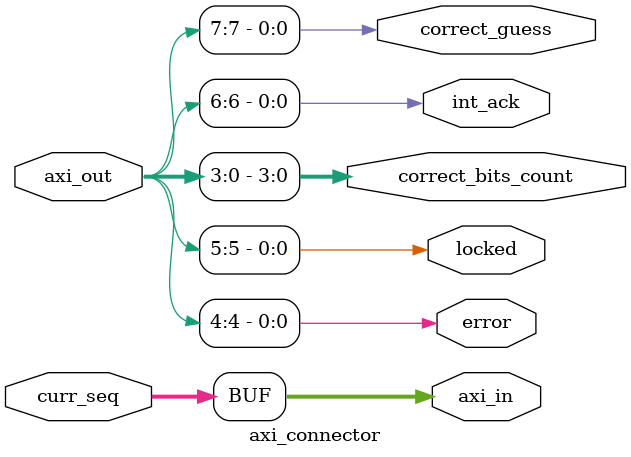
<source format=v>
`timescale 1ns / 1ps


module axi_connector(
  output wire [7:0] axi_in,
  input [7:0] axi_out,
  output wire error,
  input [7:0] curr_seq,
  output wire locked,
  output wire [3:0] correct_bits_count,
  output wire int_ack,
  output wire correct_guess
  );

  assign axi_in[7:0] = curr_seq;
  assign correct_bits_count = axi_out[3:0];
  assign error = axi_out[4];
  assign locked = axi_out[5];
  assign int_ack = axi_out[6];
  assign correct_guess = axi_out[7];
endmodule

</source>
